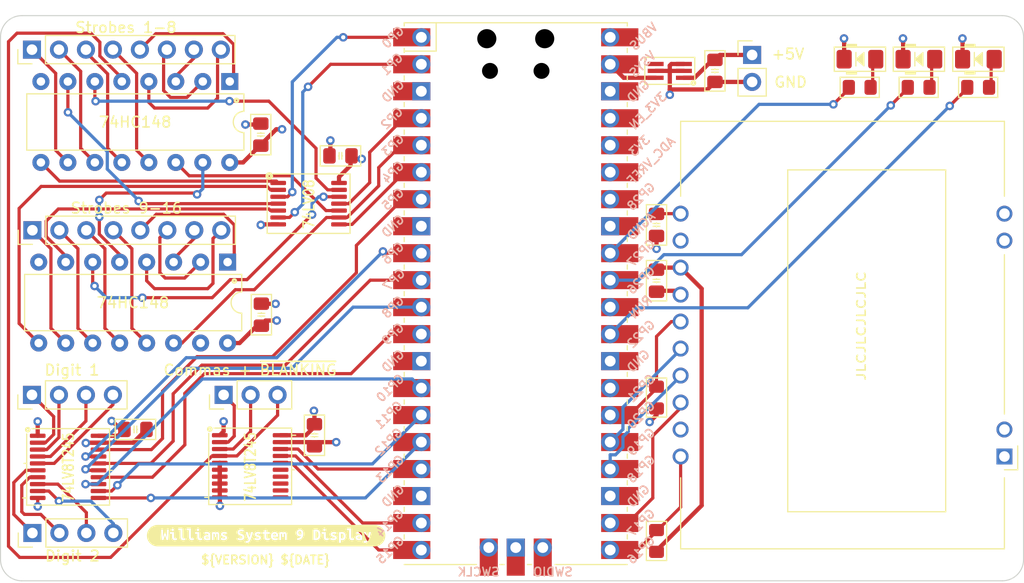
<source format=kicad_pcb>
(kicad_pcb (version 20221018) (generator pcbnew)
  (layers (0 "F.Cu" signal) (1 "In1.Cu" signal) (2 "In2.Cu" signal) (31 "B.Cu" signal) (34 "B.Paste" user) (35 "F.Paste" user) (36 "B.SilkS" user "B.Silkscreen") (37 "F.SilkS" user "F.Silkscreen") (38 "B.Mask" user) (39 "F.Mask" user) (44 "Edge.Cuts" user))
  (net 0 "")
  (net 1 "+5V")
  (net 2 "GND")
  (net 3 "/ST1")
  (net 4 "/ST2")
  (net 5 "/ST3")
  (net 6 "/ST4")
  (net 7 "/ST5")
  (net 8 "/ST6")
  (net 9 "/ST7")
  (net 10 "/ST8")
  (net 11 "/ST9")
  (net 12 "/ST10")
  (net 13 "/ST11")
  (net 14 "/ST12")
  (net 15 "/ST13")
  (net 16 "/ST14")
  (net 17 "/ST15")
  (net 18 "/ST16")
  (net 19 "/B2")
  (net 20 "/B1")
  (net 21 "/B0")
  (net 22 "/A2")
  (net 23 "/A1")
  (net 24 "/A0")
  (net 25 "/A_EO")
  (net 26 "/A_GS")
  (net 27 "/DIGIT_1_A_{5V}")
  (net 28 "/DIGIT_1_A")
  (net 29 "/DIGIT_1_B")
  (net 30 "/DIGIT_1_C")
  (net 31 "/DIGIT_1_D")
  (net 32 "/DIGIT_2_A")
  (net 33 "/DIGIT_2_B")
  (net 34 "/DIGIT_2_C")
  (net 35 "/DIGIT_2_D")
  (net 36 "/COMMA_1_2")
  (net 37 "/COMMA_3_4")
  (net 38 "/ST_N_0")
  (net 39 "/ST_N_1")
  (net 40 "/ST_N_2")
  (net 41 "/ST_N_3")
  (net 42 "/ST_N_VALID")
  (net 52 "/LCD_CS")
  (net 53 "/LCD_MISO")
  (net 54 "/LCD_MOSI")
  (net 55 "/~{BLANKING}")
  (net 56 "/DIGIT_1_B_{5V}")
  (net 57 "/DIGIT_1_C_{5V}")
  (net 58 "/DIGIT_1_D_{5V}")
  (net 59 "/DIGIT_2_A_{5V}")
  (net 60 "/DIGIT_2_B_{5V}")
  (net 61 "/DIGIT_2_C_{5V}")
  (net 62 "/DIGIT_2_D_{5V}")
  (net 63 "/COMMA_1_2_{5V}")
  (net 64 "/COMMA_3_4_{5V}")
  (net 65 "/~{BLANKING}_{5V}")
  (net 66 "/LCD_SCLK")
  (net 67 "+3.3V")
  (net 74 "/LCD_~{RESET}")
  (net 79 "/LCD_V_{OUT}")
  (net 80 "/LED_R")
  (net 81 "/LED_G")
  (net 82 "/LED_G_GPIO")
  (net 83 "/LED_R_GPIO")
  (net 84 "/LED_A")
  (net 85 "/LED_A_GPIO")
  (net 86 "/V_{IN}")
  (footprint "Resistor_SMD_AKL:R_0805_2012Metric_Pad1.15x1.40mm_HandSolder" (layer "F.Cu") (at 267.0275 56.55)
    (fp_text reference "R103" hide)
    (fp_text value "550R")
  )
  (footprint "Display_Character_bdash:EA_DOGS164X-A" (layer "F.Cu") (at 269.5 91.3 180)
    (fp_text reference "DS101" hide)
    (fp_text value "DOGS164-A")
  )
  (footprint "Connector_PinHeader_2.54mm:PinHeader_1x03_P2.54mm_Vertical" (layer "F.Cu") (at 196 85.5 90)
    (fp_text reference "J104" hide)
    (fp_text value "Conn_01x03")
  )
  (footprint "Connector_PinHeader_2.54mm:PinHeader_1x08_P2.54mm_Vertical" (layer "F.Cu") (at 177.96 53 90)
    (fp_text reference "J102" hide)
    (fp_text value "Conn_01x08")
  )
  (footprint "Capacitor_SMD_AKL:C_0805_2012Metric_Pad1.18x1.45mm_HandSolder" (layer "F.Cu") (at 187.7 88.75)
    (fp_text reference "C106" hide)
    (fp_text value "0.1u")
  )
  (footprint "Capacitor_SMD_AKL:C_0805_2012Metric_Pad1.18x1.45mm_HandSolder" (layer "F.Cu") (at 204.55 89.3 -90)
    (fp_text reference "C105" hide)
    (fp_text value "0.1u")
  )
  (footprint "Connector_PinHeader_2.54mm:PinHeader_1x02_P2.54mm_Vertical" (layer "F.Cu") (at 245.75 53.5)
    (fp_text reference "J101" hide)
    (fp_text value "Conn_01x02")
  )
  (footprint "MCU_RaspberryPi_and_Boards_bdash:RPi_Pico_SMD_TH" (layer "F.Cu") (at 223.5 75.97)
    (fp_text reference "U103" hide)
    (fp_text value "Pico")
  )
  (footprint "Diode_SMD_AKL:D_1206_3216Metric_Pad1.42x1.75mm_HandSolder" (layer "F.Cu") (at 261.45 53.9)
    (fp_text reference "D102" hide)
    (fp_text value "AMBER")
  )
  (footprint "Diode_SMD_AKL:D_1206_3216Metric_Pad1.42x1.75mm_HandSolder" (layer "F.Cu") (at 267.05 53.9)
    (fp_text reference "D103" hide)
    (fp_text value "RED")
  )
  (footprint "Capacitor_SMD_AKL:C_0805_2012Metric_Pad1.18x1.45mm_HandSolder" (layer "F.Cu") (at 236.75 69.5 -90)
    (fp_text reference "C107" hide)
    (fp_text value "1u")
  )
  (footprint "Package_DIP_AKL:DIP-16_W7.62mm" (layer "F.Cu") (at 196.375 73 -90)
    (fp_text reference "U104" hide)
    (fp_text value "74HC148" hide)
  )
  (footprint "Resistor_SMD_AKL:R_0805_2012Metric_Pad1.15x1.40mm_HandSolder" (layer "F.Cu") (at 236.75 99.25 90)
    (fp_text reference "R101" hide)
    (fp_text value "100K")
  )
  (footprint "Package_SO_AKL:TSSOP-20_4.4x6.5mm_P0.65mm" (layer "F.Cu") (at 181.3625 92.275)
    (fp_text reference "U106" hide)
    (fp_text value "SN74LV8T245" hide)
  )
  (footprint "Capacitor_SMD_AKL:C_0805_2012Metric_Pad1.18x1.45mm_HandSolder" (layer "F.Cu") (at 199.555 77.95 90)
    (fp_text reference "C103" hide)
    (fp_text value "0.1u")
  )
  (footprint "Connector_PinHeader_2.54mm:PinHeader_1x04_P2.54mm_Vertical" (layer "F.Cu") (at 178 98.5 90)
    (fp_text reference "J106" hide)
    (fp_text value "Conn_01x04")
  )
  (footprint "Capacitor_SMD_AKL:C_0805_2012Metric_Pad1.18x1.45mm_HandSolder" (layer "F.Cu") (at 242.25 55 -90)
    (fp_text reference "C102" hide)
    (fp_text value "10u")
  )
  (footprint "Package_SO_AKL:TSSOP-14_4.4x5mm_P0.65mm" (layer "F.Cu") (at 204 67.5)
    (fp_text reference "U102" hide)
    (fp_text value "74LV08A" hide)
  )
  (footprint "Package_DIP_AKL:DIP-16_W7.62mm" (layer "F.Cu") (at 196.58 56 -90)
    (fp_text reference "U101" hide)
    (fp_text value "74HC148" hide)
  )
  (footprint "Connector_PinHeader_2.54mm:PinHeader_1x08_P2.54mm_Vertical" (layer "F.Cu") (at 178 70 90)
    (fp_text reference "J103" hide)
    (fp_text value "Conn_01x08")
  )
  (footprint "Package_SO_AKL:TSSOP-20_4.4x6.5mm_P0.65mm" (layer "F.Cu") (at 198.5 92.2226)
    (fp_text reference "U105" hide)
    (fp_text value "SN74LV8T245" hide)
  )
  (footprint "Package_TO_SOT_SMD_AKL:SOT-363_SC-70-6_Handsoldering" (layer "F.Cu") (at 238 55 180)
    (fp_text reference "U107" hide)
    (fp_text value "LM66100")
  )
  (footprint "Connector_PinHeader_2.54mm:PinHeader_1x04_P2.54mm_Vertical" (layer "F.Cu") (at 177.96 85.5 90)
    (fp_text reference "J105" hide)
    (fp_text value "Conn_01x04")
  )
  (footprint "Diode_SMD_AKL:D_1206_3216Metric_Pad1.42x1.75mm_HandSolder" (layer "F.Cu") (at 255.9 53.9)
    (fp_text reference "D101" hide)
    (fp_text value "GREEN")
  )
  (footprint "Capacitor_SMD_AKL:C_0805_2012Metric_Pad1.18x1.45mm_HandSolder" (layer "F.Cu") (at 236.75 74.75 -90)
    (fp_text reference "C108" hide)
    (fp_text value "1u")
  )
  (footprint "Capacitor_SMD_AKL:C_0805_2012Metric_Pad1.18x1.45mm_HandSolder" (layer "F.Cu") (at 199.5 61 90)
    (fp_text reference "C101" hide)
    (fp_text value "0.1u")
  )
  (footprint "kibuzzard-64FB800B" (layer "F.Cu") (at 200 98.75)
    (fp_text reference "kibuzzard-64FB800B" hide)
    (fp_text value "G***" hide)
  )
  (footprint "Resistor_SMD_AKL:R_0805_2012Metric_Pad1.15x1.40mm_HandSolder" (layer "F.Cu") (at 261.4275 56.55)
    (fp_text reference "R104" hide)
    (fp_text value "550R")
  )
  (footprint "Resistor_SMD_AKL:R_0805_2012Metric_Pad1.15x1.40mm_HandSolder" (layer "F.Cu") (at 255.8775 56.55)
    (fp_text reference "R105" hide)
    (fp_text value "550R")
  )
  (footprint "Capacitor_SMD_AKL:C_0805_2012Metric_Pad1.18x1.45mm_HandSolder" (layer "F.Cu") (at 207 63 180)
    (fp_text reference "C104" hide)
    (fp_text value "0.1u")
  )
  (footprint "Resistor_SMD_AKL:R_0805_2012Metric_Pad1.15x1.40mm_HandSolder" (layer "F.Cu") (at 236.75 85.75 -90)
    (fp_text reference "R102" hide)
    (fp_text value "100K")
  )
  (gr_line (start 177 49.8) (end 269.3 49.8) (stroke (width 0.1)) (layer "Edge.Cuts"))
  (gr_line (start 271.3 51.8) (end 271.3 101) (stroke (width 0.1)) (layer "Edge.Cuts"))
  (gr_arc (start 271.3 101) (mid 270.714214 102.414214) (end 269.3 103) (stroke (width 0.1)) (layer "Edge.Cuts"))
  (gr_arc (start 269.3 49.8) (mid 270.714214 50.385786) (end 271.3 51.8) (stroke (width 0.1)) (layer "Edge.Cuts"))
  (gr_line (start 269.3 103) (end 177 103) (stroke (width 0.1)) (layer "Edge.Cuts"))
  (gr_arc (start 175 51.8) (mid 175.585786 50.385786) (end 177 49.8) (stroke (width 0.1)) (layer "Edge.Cuts"))
  (gr_arc (start 177 103) (mid 175.585786 102.414214) (end 175 101) (stroke (width 0.1)) (layer "Edge.Cuts"))
  (gr_line (start 175 101) (end 175 51.8) (stroke (width 0.1)) (layer "Edge.Cuts"))
  (gr_text "GND" (at 247.75 56.647975) (layer "F.SilkS") (effects (font (size 1 1) (thickness 0.155)) (justify left bottom)))
  (gr_text "74HC148" (at 183.962738 77.407975) (layer "F.SilkS") (effects (font (size 1 1) (thickness 0.155)) (justify left bottom)))
  (gr_text "74LV08" (at 204.607975 69.974881 90) (layer "F.SilkS") (effects (font (size 1 0.85) (thickness 0.155)) (justify left bottom)))
  (gr_text "74LV8T245" (at 199.107975 95.630494 90) (layer "F.SilkS") (effects (font (size 1 0.8) (thickness 0.155)) (justify left bottom)))
  (gr_text "Strobes 1-8" (at 181.940595 51.5) (layer "F.SilkS") (effects (font (size 1 1) (thickness 0.155)) (justify left bottom)))
  (gr_text "Digit 2" (at 179.096072 101.25) (layer "F.SilkS") (effects (font (size 1 1) (thickness 0.155)) (justify left bottom)))
  (gr_text "+5V" (at 247.5 54) (layer "F.SilkS") (effects (font (size 1 1) (thickness 0.155)) (justify left bottom)))
  (gr_text "JLCJLCJLCJLC" (at 256.5 84.25 90) (layer "F.SilkS") (effects (font (size 0.8 1)) (justify left bottom)))
  (gr_text "Digit 1" (at 179.056072 83.75) (layer "F.SilkS") (effects (font (size 1 1) (thickness 0.155)) (justify left bottom)))
  (gr_text "74HC148" (at 184.167738 60.407975) (layer "F.SilkS") (effects (font (size 1 1) (thickness 0.155)) (justify left bottom)))
  (gr_text "Commas + ~{BLANKING}" (at 190.249643 83.75) (layer "F.SilkS") (effects (font (size 1 1) (thickness 0.155)) (justify left bottom)))
  (gr_text "Strobes 9-16" (at 181.504404 68.5) (layer "F.SilkS") (effects (font (size 1 1) (thickness 0.155)) (justify left bottom)))
  (gr_text "${VERSION} ${DATE}" (at 193.790358 101.5) (layer "F.SilkS") (effects (font (size 0.8 0.8) (thickness 0.155)) (justify left bottom)))
  (gr_text "74LV8T245" (at 181.970475 95.682894 90) (layer "F.SilkS") (effects (font (size 1 0.8) (thickness 0.155)) (justify left bottom)))
  (segment (start 199.955 78.5) (end 199.555 78.9) (width 0.4) (layer "F.Cu") (net 1))
  (segment (start 201 78.5) (end 199.955 78.5) (width 0.4) (layer "F.Cu") (net 1))
  (segment (start 236.67 55.65) (end 233.66 55.65) (width 0.4) (layer "F.Cu") (net 1))
  (segment (start 196.58 63.62) (end 197.83 63.62) (width 0.4) (layer "F.Cu") (net 1))
  (segment (start 197.83 63.62) (end 199.5 61.95) (width 0.4) (layer "F.Cu") (net 1))
  (segment (start 233.66 55.65) (end 232.39 54.38) (width 0.4) (layer "F.Cu") (net 1))
  (segment (start 199.555 78.9) (end 199.2219 78.9) (width 0.4) (layer "F.Cu") (net 1))
  (segment (start 200.95 60.5) (end 199.5 61.95) (width 0.4) (layer "F.Cu") (net 1))
  (segment (start 199.2219 78.9) (end 197.5019 80.62) (width 0.4) (layer "F.Cu") (net 1))
  (segment (start 201.5 60.5) (end 200.95 60.5) (width 0.4) (layer "F.Cu") (net 1))
  (segment (start 196.375 80.62) (end 197.5019 80.62) (width 0.4) (layer "F.Cu") (net 1))
  (via (at 201.5 60.5) (size 0.8) (drill 0.4) (layers "F.Cu" "B.Cu") (net 1))
  (via (at 201 78.5) (size 0.8) (drill 0.4) (layers "F.Cu" "B.Cu") (net 1))
  (segment (start 195.6375 92.1002) (end 195.6375 91.8976) (width 0.4) (layer "F.Cu") (net 2))
  (segment (start 195.638 91.8976) (end 195.638 92.1007) (width 0.4) (layer "F.Cu") (net 2))
  (segment (start 236.75 87.4) (end 236.75 86.6625) (width 0.4) (layer "F.Cu") (net 2))
  (segment (start 206.05 63) (end 206.05 61.55) (width 0.4) (layer "F.Cu") (net 2))
  (segment (start 199.55 69.45) (end 199.5 69.5) (width 0.4) (layer "F.Cu") (net 2))
  (segment (start 254.4125 52.4125) (end 254.4125 53.9) (width 0.4) (layer "F.Cu") (net 2))
  (segment (start 195.638 93.5226) (end 195.638 95.1476) (width 0.4) (layer "F.Cu") (net 2))
  (segment (start 184.225 90) (end 183.06 90) (width 0.4) (layer "F.Cu") (net 2))
  (segment (start 242.25 56.0375) (end 241.5375 56.75) (width 0.4) (layer "F.Cu") (net 2))
  (segment (start 195.638 92.1007) (end 195.6375 92.1002) (width 0.4) (layer "F.Cu") (net 2))
  (segment (start 259.95 51.95) (end 259.9625 52.4125) (width 0.4) (layer "F.Cu") (net 2))
  (segment (start 195.638 92.3038) (end 195.638 92.7101) (width 0.4) (layer "F.Cu") (net 2))
  (segment (start 195.6375 92.3043) (end 195.6375 92.5476) (width 0.4) (layer "F.Cu") (net 2))
  (segment (start 238 55) (end 239.33 55) (width 0.4) (layer "F.Cu") (net 2))
  (segment (start 238 55) (end 238 54.5) (width 0.4) (layer "F.Cu") (net 2))
  (segment (start 206.6 89.95) (end 204.9375 89.95) (width 0.4) (layer "F.Cu") (net 2))
  (segment (start 204.1601 89.9476) (end 204.55 90.3375) (width 0.4) (layer "F.Cu") (net 2))
  (segment (start 188.7375 88.75) (end 187.4875 90) (width 0.4) (layer "F.Cu") (net 2))
  (segment (start 238 56.75) (end 238 55) (width 0.4) (layer "F.Cu") (net 2))
  (segment (start 195.638 93.5226) (end 195.6375 93.5231) (width 0.4) (layer "F.Cu") (net 2))
  (segment (start 238 54.5) (end 238.15 54.35) (width 0.4) (layer "F.Cu") (net 2))
  (segment (start 195.65 95.9495) (end 195.65 95.1601) (width 0.4) (layer "F.Cu") (net 2))
  (segment (start 236.75 71.75) (end 236.75 70.45) (width 0.4) (layer "F.Cu") (net 2))
  (segment (start 201.1375 69.45) (end 199.55 69.45) (width 0.4) (layer "F.Cu") (net 2))
  (segment (start 254.4 51.95) (end 254.4125 52.4125) (width 0.4) (layer "F.Cu") (net 2))
  (segment (start 236.1 88.05) (end 236.75 87.4) (width 0.4) (layer "F.Cu") (net 2))
  (segment (start 241.5375 56.75) (end 238 56.75) (width 0.4) (layer "F.Cu") (net 2))
  (segment (start 200.8905 76.9269) (end 199.6281 76.9269) (width 0.4) (layer "F.Cu") (net 2))
  (segment (start 187.4875 90) (end 184.225 90) (width 0.4) (layer "F.Cu") (net 2))
  (segment (start 204.9375 89.95) (end 204.55 90.3375) (width 0.4) (layer "F.Cu") (net 2))
  (segment (start 236.75 75.7) (end 238.66 75.7) (width 0.4) (layer "F.Cu") (net 2))
  (segment (start 265.5625 52.4125) (end 265.5625 53.9) (width 0.4) (layer "F.Cu") (net 2))
  (segment (start 201.3625 89.9476) (end 204.1601 89.9476) (width 0.4) (layer "F.Cu") (net 2))
  (segment (start 195.638 92.7101) (end 195.6375 92.7106) (width 0.4) (layer "F.Cu") (net 2))
  (segment (start 265.55 51.95) (end 265.5625 52.4125) (width 0.4) (layer "F.Cu") (net 2))
  (segment (start 198.05 60.05) (end 199.5 60.05) (width 0.4) (layer "F.Cu") (net 2))
  (segment (start 183.06 90) (end 183.03 90.03) (width 0.4) (layer "F.Cu") (net 2))
  (segment (start 238 55) (end 236.67 55) (width 0.4) (layer "F.Cu") (net 2))
  (segment (start 238.66 75.7) (end 239.02 76.06) (width 0.4) (layer "F.Cu") (net 2))
  (segment (start 178.5 95.2) (end 178.5 96) (width 0.3) (layer "F.Cu") (net 2))
  (segment (start 195.65 95.1601) (end 195.6375 95.1476) (width 0.4) (layer "F.Cu") (net 2))
  (segment (start 238 56.75) (end 238 57.25) (width 0.4) (layer "F.Cu") (net 2))
  (segment (start 242.2525 56.04) (end 242.25 56.0375) (width 0.4) (layer "F.Cu") (net 2))
  (segment (start 245.16 56.04) (end 242.2525 56.04) (width 0.4) (layer "F.Cu") (net 2))
  (segment (start 195.6375 92.7106) (end 195.6375 93.1976) (width 0.4) (layer "F.Cu") (net 2))
  (segment (start 195.638 92.3038) (end 195.6375 92.3043) (width 0.4) (layer "F.Cu") (net 2))
  (segment (start 238.15 54.35) (end 239.33 54.35) (width 0.4) (layer "F.Cu") (net 2))
  (segment (start 259.9625 52.4125) (end 259.9625 53.9) (width 0.4) (layer "F.Cu") (net 2))
  (segment (start 195.638 92.7101) (end 195.638 93.5226) (width 0.4) (layer "F.Cu") (net 2))
  (segment (start 195.6375 93.8476) (end 195.6375 94.4976) (width 0.4) (layer "F.Cu") (net 2))
  (segment (start 195.638 95.1476) (end 195.6375 95.1476) (width 0.4) (layer "F.Cu") (net 2))
  (segment (start 195.6375 93.5231) (end 195.6375 93.8476) (width 0.4) (layer "F.Cu") (net 2))
  (segment (start 195.638 92.1007) (end 195.638 92.3038) (width 0.4) (layer "F.Cu") (net 2))
  (via (at 254.4 51.95) (size 0.8) (drill 0.4) (layers "F.Cu" "B.Cu") (net 2))
  (via (at 199.5 69.5) (size 0.8) (drill 0.4) (layers "F.Cu" "B.Cu") (net 2))
  (via (at 178.5 96) (size 0.8) (drill 0.4) (layers "F.Cu" "B.Cu") (net 2))
  (via (at 236.1 88.05) (size 0.8) (drill 0.4) (layers "F.Cu" "B.Cu") (net 2))
  (via (at 206.05 61.55) (size 0.8) (drill 0.4) (layers "F.Cu" "B.Cu") (net 2))
  (via (at 238 57.25) (size 0.8) (drill 0.4) (layers "F.Cu" "B.Cu") (net 2))
  (via (at 265.55 51.95) (size 0.8) (drill 0.4) (layers "F.Cu" "B.Cu") (net 2))
  (via (at 259.95 51.95) (size 0.8) (drill 0.4) (layers "F.Cu" "B.Cu") (net 2))
  (via (at 236.75 71.75) (size 0.8) (drill 0.4) (layers "F.Cu" "B.Cu") (net 2))
  (via (at 206.6 89.95) (size 0.8) (drill 0.4) (layers "F.Cu" "B.Cu") (net 2))
  (via (at 200.8905 76.9269) (size 0.8) (drill 0.4) (layers "F.Cu" "B.Cu") (net 2))
  (via (at 198.05 60.05) (size 0.8) (drill 0.4) (layers "F.Cu" "B.Cu") (net 2))
  (via (at 195.65 95.9495) (size 0.8) (drill 0.4) (layers "F.Cu" "B.Cu") (net 2))
  (via (at 183.03 90.03) (size 0.8) (drill 0.4) (layers "F.Cu" "B.Cu") (net 2))
  (segment (start 180.19 62.47) (end 181.34 63.62) (width 0.3) (layer "F.Cu") (net 3))
  (segment (start 180.19 55.23) (end 180.19 62.47) (width 0.3) (layer "F.Cu") (net 3))
  (segment (start 177.96 53) (end 180.19 55.23) (width 0.3) (layer "F.Cu") (net 3))
  (segment (start 180.5 53) (end 182.543 55.0429) (width 0.3) (layer "F.Cu") (net 4))
  (segment (start 182.543 62.2829) (end 183.88 63.62) (width 0.3) (layer "F.Cu") (net 4))
  (segment (start 182.543 55.0429) (end 182.543 62.2829) (width 0.3) (layer "F.Cu") (net 4))
  (segment (start 183.04 53) (end 183.04 53.24) (width 0.3) (layer "F.Cu") (net 5))
  (segment (start 185.083 55.283) (end 185.083 62.2829) (width 0.3) (layer "F.Cu") (net 5))
  (segment (start 185.083 62.2829) (end 186.42 63.62) (width 0.3) (layer "F.Cu") (net 5))
  (segment (start 183.04 53.24) (end 185.083 55.283) (width 0.3) (layer "F.Cu") (net 5))
  (segment (start 187.81 62.47) (end 188.96 63.62) (width 0.3) (layer "F.Cu") (net 6))
  (segment (start 187.81 55.23) (end 187.81 62.47) (width 0.3) (layer "F.Cu") (net 6))
  (segment (start 185.58 53) (end 187.81 55.23) (width 0.3) (layer "F.Cu") (net 6))
  (segment (start 196.94 52.5029) (end 195.937 51.5) (width 0.3) (layer "F.Cu") (net 7))
  (segment (start 189.62 51.5) (end 188.12 53) (width 0.3) (layer "F.Cu") (net 7))
  (segment (start 196.94 55.64) (end 196.94 52.5029) (width 0.3) (layer "F.Cu") (net 7))
  (segment (start 196.58 56) (end 196.94 55.64) (width 0.3) (layer "F.Cu") (net 7))
  (segment (start 195.937 51.5) (end 189.62 51.5) (width 0.3) (layer "F.Cu") (net 7))
  (segment (start 190.35 53.31) (end 190.35 56.85) (width 0.3) (layer "F.Cu") (net 8))
  (segment (start 191 57.5) (end 192.54 57.5) (width 0.3) (layer "F.Cu") (net 8))
  (segment (start 190.66 53) (end 190.35 53.31) (width 0.3) (layer "F.Cu") (net 8))
  (segment (start 192.54 57.5) (end 194.04 56) (width 0.3) (layer "F.Cu") (net 8))
  (segment (start 190.35 56.85) (end 191 57.5) (width 0.3) (layer "F.Cu") (net 8))
  (segment (start 193.2 53.8) (end 191.5 55.5) (width 0.3) (layer "F.Cu") (net 9))
  (segment (start 191.5 55.5) (end 191.5 56) (width 0.3) (layer "F.Cu") (net 9))
  (segment (start 193.2 53) (end 193.2 53.8) (width 0.3) (layer "F.Cu") (net 9))
  (segment (start 189.5 58.5) (end 188.96 57.96) (width 0.3) (layer "F.Cu") (net 10))
  (segment (start 194.5 58.5) (end 189.5 58.5) (width 0.3) (layer "F.Cu") (net 10))
  (segment (start 195.43 57.57) (end 194.5 58.5) (width 0.3) (layer "F.Cu") (net 10))
  (segment (start 188.96 57.96) (end 188.96 56) (width 0.3) (layer "F.Cu") (net 10))
  (segment (start 195.74 53) (end 195.43 53.31) (width 0.3) (layer "F.Cu") (net 10))
  (segment (start 195.43 53.31) (end 195.43 57.57) (width 0.3) (layer "F.Cu") (net 10))
  (segment (start 179.745 71.745) (end 179.745 79.23) (width 0.3) (layer "F.Cu") (net 11))
  (segment (start 179.745 79.23) (end 181.135 80.62) (width 0.3) (layer "F.Cu") (net 11))
  (segment (start 178 70) (end 179.745 71.745) (width 0.3) (layer "F.Cu") (net 11))
  (segment (start 182.285 71.745) (end 182.285 79.23) (width 0.3) (layer "F.Cu") (net 12))
  (segment (start 180.54 70) (end 182.285 71.745) (width 0.3) (layer "F.Cu") (net 12))
  (segment (start 182.285 79.23) (end 183.675 80.62) (width 0.3) (layer "F.Cu") (net 12))
  (segment (start 183.08 70) (end 184.825 71.745) (width 0.3) (layer "F.Cu") (net 13))
  (segment (start 184.825 71.745) (end 184.825 79.23) (width 0.3) (layer "F.Cu") (net 13))
  (segment (start 184.825 79.23) (end 186.215 80.62) (width 0.3) (layer "F.Cu") (net 13))
  (segment (start 187.365 71.745) (end 187.365 79.23) (width 0.3) (layer "F.Cu") (net 14))
  (segment (start 187.365 79.23) (end 188.755 80.62) (width 0.3) (layer "F.Cu") (net 14))
  (segment (start 185.62 70) (end 187.365 71.745) (width 0.3) (layer "F.Cu") (net 14))
  (segment (start 188.16 70) (end 189.66 68.5) (width 0.3) (layer "F.Cu") (net 15))
  (segment (start 197 72.375) (end 196.375 73) (width 0.3) (layer "F.Cu") (net 15))
  (segment (start 189.66 68.5) (end 196 68.5) (width 0.3) (layer "F.Cu") (net 15))
  (segment (start 197 69.5) (end 197 72.375) (width 0.3) (layer "F.Cu") (net 15))
  (segment (start 196 68.5) (end 197 69.5) (width 0.3) (layer "F.Cu") (net 15))
  (segment (start 190.7 70) (end 190 70.7) (width 0.3) (layer "F.Cu") (net 16))
  (segment (start 190 74) (end 190.5 74.5) (width 0.3) (layer "F.Cu") (net 16))
  (segment (start 190 70.7) (end 190 74) (width 0.3) (layer "F.Cu") (net 16))
  (segment (start 190.5 74.5) (end 192.335 74.5) (width 0.3) (layer "F.Cu") (net 16))
  (segment (start 192.335 74.5) (end 193.835 73) (width 0.3) (layer "F.Cu") (net 16))
  (segment (start 193.24 70) (end 193.24 70.76) (width 0.3) (layer "F.Cu") (net 17))
  (segment (start 193.24 70.76) (end 191.295 72.705) (width 0.3) (layer "F.Cu") (net 17))
  (segment (start 191.295 72.705) (end 191.295 73) (width 0.3) (layer "F.Cu") (net 17))
  (segment (start 188.755 74.755) (end 188.755 73) (width 0.3) (layer "F.Cu") (net 18))
  (segment (start 194.5 75.5) (end 189.5 75.5) (width 0.3) (layer "F.Cu") (net 18))
  (segment (start 195.78 70) (end 195 70.78) (width 0.3) (layer "F.Cu") (net 18))
  (segment (start 195 75) (end 194.5 75.5) (width 0.3) (layer "F.Cu") (net 18))
  (segment (start 189.5 75.5) (end 188.755 74.755) (width 0.3) (layer "F.Cu") (net 18))
  (segment (start 195 70.78) (end 195 75) (width 0.3) (layer "F.Cu") (net 18))
  (segment (start 194.928604 76.35) (end 188.35 76.35) (width 0.3) (layer "F.Cu") (net 19))
  (segment (start 204.325 68.525) (end 198.2 74.65) (width 0.3) (layer "F.Cu") (net 19))
  (segment (start 205.4 66.85) (end 206.8625 66.85) (width 0.3) (layer "F.Cu") (net 19))
  (segment (start 196.628604 74.65) (end 194.928604 76.35) (width 0.3) (layer "F.Cu") (net 19))
  (segment (start 183.675 73) (end 183.675 75.075) (width 0.3) (layer "F.Cu") (net 19))
  (segment (start 183.675 75.075) (end 183.85 75.25) (width 0.3) (layer "F.Cu") (net 19))
  (segment (start 198.2 74.65) (end 196.628604 74.65) (width 0.3) (layer "F.Cu") (net 19))
  (via (at 204.325 68.525) (size 0.8) (drill 0.4) (layers "F.Cu" "B.Cu") (net 19))
  (via (at 183.85 75.25) (size 0.8) (drill 0.4) (layers "F.Cu" "B.Cu") (net 19))
  (via (at 205.4 66.85) (size 0.8) (drill 0.4) (layers "F.Cu" "B.Cu") (net 19))
  (via (at 188.35 76.35) (size 0.8) (drill 0.4) (layers "F.Cu" "B.Cu") (net 19))
  (segment (start 204.325 68.525) (end 204.325 67.475) (width 0.3) (layer "B.Cu") (net 19))
  (segment (start 204.325 67.475) (end 204.95 66.85) (width 0.3) (layer "B.Cu") (net 19))
  (segment (start 183.85 75.25) (end 184.95 76.35) (width 0.3) (layer "B.Cu") (net 19))
  (segment (start 184.95 76.35) (end 188.35 76.35) (width 0.3) (layer "B.Cu") (net 19))
  (segment (start 204.95 66.85) (end 205.4 66.85) (width 0.3) (layer "B.Cu") (net 19))
  (segment (start 201.1375 68.15) (end 200.413604 68.15) (width 0.3) (layer "F.Cu") (net 20))
  (segment (start 180.439149 68) (end 179.3 69.139149) (width 0.3) (layer "F.Cu") (net 20))
  (segment (start 179.3 69.139149) (end 179.3 70.592894) (width 0.3) (layer "F.Cu") (net 20))
  (segment (start 181.135 72.427894) (end 181.135 73) (width 0.3) (layer "F.Cu") (net 20))
  (segment (start 200.263604 68) (end 180.439149 68) (width 0.3) (layer "F.Cu") (net 20))
  (segment (start 200.413604 68.15) (end 200.263604 68) (width 0.3) (layer "F.Cu") (net 20))
  (segment (start 179.3 70.592894) (end 181.135 72.427894) (width 0.3) (layer "F.Cu") (net 20))
  (segment (start 200.413604 66.2) (end 201.1375 66.2) (width 0.3) (layer "F.Cu") (net 21))
  (segment (start 176.75 78.775) (end 176.75 67.95) (width 0.3) (layer "F.Cu") (net 21))
  (segment (start 176.75 67.95) (end 178.825 65.875) (width 0.3) (layer "F.Cu") (net 21))
  (segment (start 200.088604 65.875) (end 200.413604 66.2) (width 0.3) (layer "F.Cu") (net 21))
  (segment (start 178.825 65.875) (end 200.088604 65.875) (width 0.3) (layer "F.Cu") (net 21))
  (segment (start 178.595 80.62) (end 176.75 78.775) (width 0.3) (layer "F.Cu") (net 21))
  (segment (start 196.55 57.85) (end 200.258205 57.85) (width 0.3) (layer "F.Cu") (net 22))
  (segment (start 204.7 65.1) (end 205.8 66.2) (width 0.3) (layer "F.Cu") (net 22))
  (segment (start 183.88 57.78) (end 183.95 57.85) (width 0.3) (layer "F.Cu") (net 22))
  (segment (start 204.7 62.291795) (end 204.7 65.1) (width 0.3) (layer "F.Cu") (net 22))
  (segment (start 205.8 66.2) (end 206.8625 66.2) (width 0.3) (layer "F.Cu") (net 22))
  (segment (start 183.88 56) (end 183.88 57.78) (width 0.3) (layer "F.Cu") (net 22))
  (segment (start 200.258205 57.85) (end 204.7 62.291795) (width 0.3) (layer "F.Cu") (net 22))
  (via (at 183.95 57.85) (size 0.8) (drill 0.4) (layers "F.Cu" "B.Cu") (net 22))
  (via (at 196.55 57.85) (size 0.8) (drill 0.4) (layers "F.Cu" "B.Cu") (net 22))
  (segment (start 183.95 57.85) (end 196.55 57.85) (width 0.3) (layer "B.Cu") (net 22))
  (segment (start 188.2495 67.5) (end 201.1375 67.5) (width 0.3) (layer "F.Cu") (net 23))
  (segment (start 181.34 56) (end 181.34 58.89) (width 0.3) (layer "F.Cu") (net 23))
  (segment (start 188 67.2505) (end 188.2495 67.5) (width 0.3) (layer "F.Cu") (net 23))
  (segment (start 181.34 58.89) (end 181.35 58.9) (width 0.3) (layer "F.Cu") (net 23))
  (via (at 188 67.2505) (size 0.8) (drill 0.4) (layers "F.Cu" "B.Cu") (net 23))
  (via (at 181.35 58.9) (size 0.8) (drill 0.4) (layers "F.Cu" "B.Cu") (net 23))
  (segment (start 188 67.2505) (end 188 67.2) (width 0.3) (layer "B.Cu") (net 23))
  (segment (start 185.05 62.6) (end 181.35 58.9) (width 0.3) (layer "B.Cu") (net 23))
  (segment (start 185.05 64.25) (end 185.05 62.6) (width 0.3) (layer "B.Cu") (net 23))
  (segment (start 188 67.2) (end 185.05 64.25) (width 0.3) (layer "B.Cu") (net 23))
  (segment (start 180.555 65.375) (end 200.9625 65.375) (width 0.3) (layer "F.Cu") (net 24))
  (segment (start 178.8 63.62) (end 180.555 65.375) (width 0.3) (layer "F.Cu") (net 24))
  (segment (start 200.9625 65.375) (end 201.1375 65.55) (width 0.3) (layer "F.Cu") (net 24))
  (segment (start 184.3 70.377057) (end 186.215 72.292057) (width 0.3) (layer "F.Cu") (net 25))
  (segment (start 184.95 66.5) (end 184.3 67.15) (width 0.3) (layer "F.Cu") (net 25))
  (segment (start 193.5 66.6245) (end 193.3755 66.5) (width 0.3) (layer "F.Cu") (net 25))
  (segment (start 193.3755 66.5) (end 184.95 66.5) (width 0.3) (layer "F.Cu") (net 25))
  (segment (start 184.3 68.7495) (end 184.3 70.377057) (width 0.3) (layer "F.Cu") (net 25))
  (segment (start 186.215 72.292057) (end 186.215 73) (width 0.3) (layer "F.Cu") (net 25))
  (via (at 193.5 66.6245) (size 0.8) (drill 0.4) (layers "F.Cu" "B.Cu") (net 25))
  (via (at 184.3 68.7495) (size 0.8) (drill 0.4) (layers "F.Cu" "B.Cu") (net 25))
  (via (at 184.3 67.15) (size 0.8) (drill 0.4) (layers "F.Cu" "B.Cu") (net 25))
  (segment (start 193.5 66.6245) (end 194.04 66.0845) (width 0.3) (layer "B.Cu") (net 25))
  (segment (start 184.3 68.7495) (end 184.3 67.15) (width 0.3) (layer "B.Cu") (net 25))
  (segment (start 194.04 66.0845) (end 194.04 63.62) (width 0.3) (layer "B.Cu") (net 25))
  (segment (start 192.755 64.875) (end 202.364339 64.875) (width 0.3) (layer "F.Cu") (net 26))
  (segment (start 205.639339 68.15) (end 206.8625 68.15) (width 0.3) (layer "F.Cu") (net 26))
  (segment (start 202.364339 64.875) (end 205.639339 68.15) (width 0.3) (layer "F.Cu") (net 26))
  (segment (start 191.5 63.62) (end 192.755 64.875) (width 0.3) (layer "F.Cu") (net 26))
  (segment (start 180 87.54) (end 180 89.2239) (width 0.3) (layer "F.Cu") (net 27))
  (segment (start 177.96 85.5) (end 180 87.54) (width 0.3) (layer "F.Cu") (net 27))
  (segment (start 180 89.2239) (end 179.224 90) (width 0.3) (layer "F.Cu") (net 27))
  (segment (start 179.224 90) (end 178.5 90) (width 0.3) (layer "F.Cu") (net 27))
  (segment (start 208.5 71.43) (end 208.5 74) (width 0.3) (layer "F.Cu") (net 28))
  (segment (start 190.25 85.15) (end 190.25 89.6) (width 0.3) (layer "F.Cu") (net 28))
  (segment (start 212.85 67.08) (end 208.5 71.43) (width 0.3) (layer "F.Cu") (net 28))
  (segment (start 208.5 74) (end 200.6 81.9) (width 0.3) (layer "F.Cu") (net 28))
  (segment (start 189.2 90.65) (end 184.225 90.65) (width 0.3) (layer "F.Cu") (net 28))
  (segment (start 214.61 67.08) (end 212.85 67.08) (width 0.3) (layer "F.Cu") (net 28))
  (segment (start 190.25 89.6) (end 189.2 90.65) (width 0.3) (layer "F.Cu") (net 28))
  (segment (start 200.6 81.9) (end 193.5 81.9) (width 0.3) (layer "F.Cu") (net 28))
  (segment (start 193.5 81.9) (end 190.25 85.15) (width 0.3) (layer "F.Cu") (net 28))
  (segment (start 183 91.3) (end 184.225 91.3) (width 0.3) (layer "F.Cu") (net 29))
  (segment (start 211.16 72.16) (end 211 72) (width 0.3) (layer "F.Cu") (net 29))
  (segment (start 214.61 72.16) (end 211.16 72.16) (width 0.3) (layer "F.Cu") (net 29))
  (via (at 211 72) (size 0.8) (drill 0.4) (layers "F.Cu" "B.Cu") (net 29))
  (via (at 183 91.3) (size 0.8) (drill 0.4) (layers "F.Cu" "B.Cu") (net 29))
  (segment (start 183.179 91.3) (end 192.479 82) (width 0.3) (layer "B.Cu") (net 29))
  (segment (start 183 91.3) (end 183.179 91.3) (width 0.3) (layer "B.Cu") (net 29))
  (segment (start 192.479 82) (end 201 82) (width 0.3) (layer "B.Cu") (net 29))
  (segment (start 201 82) (end 211 72) (width 0.3) (layer "B.Cu") (net 29))
  (segment (start 191.25 85.4) (end 191.25 89.85) (width 0.3) (layer "F.Cu") (net 30))
  (segment (start 193.95 82.7) (end 191.25 85.4) (width 0.3) (layer "F.Cu") (net 30))
  (segment (start 189.15 91.95) (end 184.225 91.95) (width 0.3) (layer "F.Cu") (net 30))
  (segment (start 214.61 74.7) (end 209.8 74.7) (width 0.3) (layer "F.Cu") (net 30))
  (segment (start 201.8 82.7) (end 193.95 82.7) (width 0.3) (layer "F.Cu") (net 30))
  (segment (start 209.8 74.7) (end 201.8 82.7) (width 0.3) (layer "F.Cu") (net 30))
  (segment (start 191.25 89.85) (end 189.15 91.95) (width 0.3) (layer "F.Cu") (net 30))
  (segment (start 183.1 92.6) (end 183 92.5) (width 0.3) (layer "F.Cu") (net 31))
  (segment (start 184.225 92.6) (end 183.1 92.6) (width 0.3) (layer "F.Cu") (net 31))
  (via (at 183 92.5) (size 0.8) (drill 0.4) (layers "F.Cu" "B.Cu") (net 31))
  (segment (start 192.5 83) (end 202.427 83) (width 0.3) (layer "B.Cu") (net 31))
  (segment (start 208.187 77.24) (end 214.61 77.24) (width 0.3) (layer "B.Cu") (net 31))
  (segment (start 202.427 83) (end 208.187 77.24) (width 0.3) (layer "B.Cu") (net 31))
  (segment (start 183 92.5) (end 192.5 83) (width 0.3) (layer "B.Cu") (net 31))
  (segment (start 211.72 79.78) (end 214.61 79.78) (width 0.3) (layer "F.Cu") (net 32))
  (segment (start 208 83.5) (end 211.72 79.78) (width 0.3) (layer "F.Cu") (net 32))
  (segment (start 189.3 93.25) (end 192.35 90.2) (width 0.3) (layer "F.Cu") (net 32))
  (segment (start 184.225 93.25) (end 189.3 93.25) (width 0.3) (layer "F.Cu") (net 32))
  (segment (start 192.35 85.35) (end 194.2 83.5) (width 0.3) (layer "F.Cu") (net 32))
  (segment (start 192.35 90.2) (end 192.35 85.35) (width 0.3) (layer "F.Cu") (net 32))
  (segment (start 194.2 83.5) (end 208 83.5) (width 0.3) (layer "F.Cu") (net 32))
  (segment (start 183 93.9) (end 184.225 93.9) (width 0.3) (layer "F.Cu") (net 33))
  (via (at 183 93.9) (size 0.8) (drill 0.4) (layers "F.Cu" "B.Cu") (net 33))
  (segment (start 194 84) (end 213.75 84) (width 0.3) (layer "B.Cu") (net 33))
  (segment (start 213.75 84) (end 214.61 84.86) (width 0.3) (layer "B.Cu") (net 33))
  (segment (start 183 93.9) (end 184.1 93.9) (width 0.3) (layer "B.Cu") (net 33))
  (segment (start 184.1 93.9) (end 194 84) (width 0.3) (layer "B.Cu") (net 33))
  (segment (start 184.225 94.55) (end 185.45 94.55) (width 0.3) (layer "F.Cu") (net 34))
  (segment (start 185.45 94.55) (end 186 94) (width 0.3) (layer "F.Cu") (net 34))
  (via (at 186 94) (size 0.8) (drill 0.4) (layers "F.Cu" "B.Cu") (net 34))
  (segment (start 210.01 92) (end 214.61 87.4) (width 0.3) (layer "B.Cu") (net 34))
  (segment (start 186 94) (end 188 92) (width 0.3) (layer "B.Cu") (net 34))
  (segment (start 188 92) (end 210.01 92) (width 0.3) (layer "B.Cu") (net 34))
  (segment (start 189.15 95.2) (end 184.225 95.2) (width 0.3) (layer "F.Cu") (net 35))
  (via (at 189.15 95.2) (size 0.8) (drill 0.4) (layers "F.Cu" "B.Cu") (net 35))
  (segment (start 209.35 95.2) (end 214.61 89.94) (width 0.3) (layer "B.Cu") (net 35))
  (segment (start 189.15 95.2) (end 209.35 95.2) (width 0.3) (layer "B.Cu") (net 35))
  (segment (start 203.003 90.5976) (end 204.8854 92.48) (width 0.3) (layer "F.Cu") (net 36))
  (segment (start 204.8854 92.48) (end 214.61 92.48) (width 0.3) (layer "F.Cu") (net 36))
  (segment (start 201.3625 90.5976) (end 203.003 90.5976) (width 0.3) (layer "F.Cu") (net 36))
  (segment (start 201.3625 91.2476) (end 202.774666 91.2476) (width 0.3) (layer "F.Cu") (net 37))
  (segment (start 202.774666 91.2476) (end 209.087066 97.56) (width 0.3) (layer "F.Cu") (net 37))
  (segment (start 209.087066 97.56) (end 214.61 97.56) (width 0.3) (layer "F.Cu") (net 37))
  (segment (start 202.019459 66.85) (end 202.466948 66.402511) (width 0.3) (layer "F.Cu") (net 38))
  (segment (start 207.26 51.84) (end 214.61 51.84) (width 0.3) (layer "F.Cu") (net 38))
  (segment (start 201.1375 66.85) (end 202.019459 66.85) (width 0.3) (layer "F.Cu") (net 38))
  (via (at 202.466948 66.402511) (size 0.8) (drill 0.4) (layers "F.Cu" "B.Cu") (net 38))
  (via (at 207.26 51.84) (size 0.8) (drill 0.4) (layers "F.Cu" "B.Cu") (net 38))
  (segment (start 207.26 51.84) (end 206.66 51.84) (width 0.3) (layer "B.Cu") (net 38))
  (segment (start 206.66 51.84) (end 202.466948 56.033052) (width 0.3) (layer "B.Cu") (net 38))
  (segment (start 202.466948 56.033052) (end 202.466948 66.402511) (width 0.3) (layer "B.Cu") (net 38))
  (segment (start 202.2 68.8) (end 202.7 68.3) (width 0.3) (layer "F.Cu") (net 39))
  (segment (start 203.95 56.5) (end 206.07 54.38) (width 0.3) (layer "F.Cu") (net 39))
  (segment (start 206.07 54.38) (end 214.61 54.38) (width 0.3) (layer "F.Cu") (net 39))
  (segment (start 201.1375 68.8) (end 202.2 68.8) (width 0.3) (layer "F.Cu") (net 39))
  (via (at 202.7 68.3) (size 0.8) (drill 0.4) (layers "F.Cu" "B.Cu") (net 39))
  (via (at 203.95 56.5) (size 0.8) (drill 0.4) (layers "F.Cu" "B.Cu") (net 39))
  (segment (start 203.45 57) (end 203.95 56.5) (width 0.3) (layer "B.Cu") (net 39))
  (segment (start 203.45 67.55) (end 203.45 57) (width 0.3) (layer "B.Cu") (net 39))
  (segment (start 202.7 68.3) (end 203.45 67.55) (width 0.3) (layer "B.Cu") (net 39))
  (segment (start 206.8625 67.5) (end 207.771599 67.5) (width 0.3) (layer "F.Cu") (net 40))
  (segment (start 207.771599 67.5) (end 209.75 65.521599) (width 0.3) (layer "F.Cu") (net 40))
  (segment (start 209.75 62.66) (end 212.95 59.46) (width 0.3) (layer "F.Cu") (net 40))
  (segment (start 209.75 65.521599) (end 209.75 62.66) (width 0.3) (layer "F.Cu") (net 40))
  (segment (start 212.95 59.46) (end 214.61 59.46) (width 0.3) (layer "F.Cu") (net 40))
  (segment (start 198.886979 75.6) (end 205.686979 68.8) (width 0.3) (layer "F.Cu") (net 41))
  (segment (start 212.7 62) (end 214.61 62) (width 0.3) (layer "F.Cu") (net 41))
  (segment (start 210.6 65.82552) (end 210.6 64.1) (width 0.3) (layer "F.Cu") (net 41))
  (segment (start 206.8625 68.8) (end 207.62552 68.8) (width 0.3) (layer "F.Cu") (net 41))
  (segment (start 191.295 80.62) (end 192.08 80.62) (width 0.3) (layer "F.Cu") (net 41))
  (segment (start 207.62552 68.8) (end 210.6 65.82552) (width 0.3) (layer "F.Cu") (net 41))
  (segment (start 197.1 75.6) (end 198.886979 75.6) (width 0.3) (layer "F.Cu") (net 41))
  (segment (start 205.686979 68.8) (end 206.8625 68.8) (width 0.3) (layer "F.Cu") (net 41))
  (segment (start 192.08 80.62) (end 197.1 75.6) (width 0.3) (layer "F.Cu") (net 41))
  (segment (start 210.6 64.1) (end 212.7 62) (width 0.3) (layer "F.Cu") (net 41))
  (segment (start 206.8625 69.45) (end 208.09 69.45) (width 0.3) (layer "F.Cu") (net 42))
  (segment (start 208.09 69.45) (end 213 64.54) (width 0.3) (layer "F.Cu") (net 42))
  (segment (start 213 64.54) (end 214.61 64.54) (width 0.3) (layer "F.Cu") (net 42))
  (segment (start 236.4 95.21) (end 236.4 89.35) (width 0.3) (layer "F.Cu") (net 52))
  (segment (start 236.4 89.35) (end 239.02 86.73) (width 0.3) (layer "F.Cu") (net 52))
  (segment (start 232.39 97.56) (end 234.05 97.56) (width 0.3) (layer "F.Cu") (net 52))
  (segment (start 234.05 97.56) (end 236.4 95.21) (width 0.3) (layer "F.Cu") (net 52))
  (segment (start 239.02 86.73) (end 239.02 86.22) (width 0.3) (layer "F.Cu") (net 52))
  (segment (start 236.75 80) (end 238.15 78.6) (width 0.3) (layer "F.Cu") (net 53))
  (segment (start 236.75 84.8875) (end 236.75 84.8375) (width 0.3) (layer "F.Cu") (net 53))
  (segment (start 234.2375 87.4) (end 236.75 84.8875) (width 0.3) (layer "F.Cu") (net 53))
  (segment (start 232.39 87.4) (end 234.2375 87.4) (width 0.3) (layer "F.Cu") (net 53))
  (segment (start 238.15 78.6) (end 239.02 78.6) (width 0.3) (layer "F.Cu") (net 53))
  (segment (start 236.75 84.8375) (end 236.75 80) (width 0.3) (layer "F.Cu") (net 53))
  (segment (start 233.59 88.74) (end 233.59 86.66) (width 0.3) (layer "B.Cu") (net 54))
  (segment (start 232.39 89.94) (end 233.59 88.74) (width 0.3) (layer "B.Cu") (net 54))
  (segment (start 239.02 81.23) (end 239.02 81.14) (width 0.3) (layer "B.Cu") (net 54))
  (segment (start 233.59 86.66) (end 239.02 81.23) (width 0.3) (layer "B.Cu") (net 54))
  (segment (start 201.3625 91.8976) (end 202.398 91.8976) (width 0.3) (layer "F.Cu") (net 55))
  (segment (start 210.6 100.1) (end 214.61 100.1) (width 0.3) (layer "F.Cu") (net 55))
  (segment (start 202.398 91.8976) (end 210.6 100.1) (width 0.3) (layer "F.Cu") (net 55))
  (segment (start 180.5 85.5) (end 180.5 89.5) (width 0.3) (layer "F.Cu") (net 56))
  (segment (start 179.35 90.65) (end 178.5 90.65) (width 0.3) (layer "F.Cu") (net 56))
  (segment (start 180.5 89.5) (end 179.35 90.65) (width 0.3) (layer "F.Cu") (net 56))
  (segment (start 179.7 91.3) (end 178.5 91.3) (width 0.3) (layer "F.Cu") (net 57))
  (segment (start 183.04 87.96) (end 179.7 91.3) (width 0.3) (layer "F.Cu") (net 57))
  (segment (start 183.04 85.5) (end 183.04 87.96) (width 0.3) (layer "F.Cu") (net 57))
  (segment (start 185.58 86.42) (end 180.05 91.95) (width 0.3) (layer "F.Cu") (net 58))
  (segment (start 185.58 85.5) (end 185.58 86.42) (width 0.3) (layer "F.Cu") (net 58))
  (segment (start 180.05 91.95) (end 178.5 91.95) (width 0.3) (layer "F.Cu") (net 58))
  (segment (start 177.4 92.6) (end 178.5 92.6) (width 0.3) (layer "F.Cu") (net 59))
  (segment (start 176.25 93.75) (end 177.4 92.6) (width 0.3) (layer "F.Cu") (net 59))
  (segment (start 178 98.5) (end 176.25 96.75) (width 0.3) (layer "F.Cu") (net 59))
  (segment (start 176.25 96.75) (end 176.25 93.75) (width 0.3) (layer "F.Cu") (net 59))
  (segment (start 178.79 96.75) (end 177.25 96.75) (width 0.3) (layer "F.Cu") (net 60))
  (segment (start 177.25 96.75) (end 177 96.5) (width 0.3) (layer "F.Cu") (net 60))
  (segment (start 177 96.5) (end 177 94) (width 0.3) (layer "F.Cu") (net 60))
  (segment (start 180.54 98.5) (end 178.79 96.75) (width 0.3) (layer "F.Cu") (net 60))
  (segment (start 177 94) (end 177.75 93.25) (width 0.3) (layer "F.Cu") (net 60))
  (segment (start 177.75 93.25) (end 178.5 93.25) (width 0.3) (layer "F.Cu") (net 60))
  (segment (start 183.08 98.5) (end 183.08 96.58) (width 0.3) (layer "F.Cu") (net 61))
  (segment (start 180.4 93.9) (end 178.5 93.9) (width 0.3) (layer "F.Cu") (net 61))
  (segment (start 183.08 96.58) (end 180.4 93.9) (width 0.3) (layer "F.Cu") (net 61))
  (segment (start 179.55 94.55) (end 178.5 94.55) (width 0.3) (layer "F.Cu") (net 62))
  (segment (start 180.5 95.5) (end 179.55 94.55) (width 0.3) (layer "F.Cu") (net 62))
  (via (at 180.5 95.5) (size 0.8) (drill 0.4) (layers "F.Cu" "B.Cu") (net 62))
  (segment (start 180.5 95.5) (end 183.5 95.5) (width 0.3) (layer "B.Cu") (net 62))
  (segment (start 183.5 95.5) (end 185.62 97.62) (width 0.3) (layer "B.Cu") (net 62))
  (segment (start 185.62 97.62) (end 185.62 98.5) (width 0.3) (layer "B.Cu") (net 62))
  (segment (start 197 86.5) (end 196 85.5) (width 0.3) (layer "F.Cu") (net 63))
  (segment (start 195.638 89.9476) (end 196.432 89.9476) (width 0.3) (layer "F.Cu") (net 63))
  (segment (start 196.432 89.9476) (end 197 89.3797) (width 0.3) (layer "F.Cu") (net 63))
  (segment (start 195.638 89.9476) (end 195.6375 89.9476) (width 0.3) (layer "F.Cu") (net 63))
  (segment (start 197 89.3797) (end 197 86.5) (width 0.3) (layer "F.Cu") (net 63))
  (segment (start 196.902 90.5976) (end 198.54 88.96) (width 0.3) (layer "F.Cu") (net 64))
  (segment (start 195.638 90.5976) (end 195.6375 90.5976) (width 0.3) (layer "F.Cu") (net 64))
  (segment (start 195.638 90.5976) (end 196.902 90.5976) (width 0.3) (layer "F.Cu") (net 64))
  (segment (start 198.54 88.96) (end 198.54 85.5) (width 0.3) (layer "F.Cu") (net 64))
  (segment (start 201.08 85.5) (end 201.08 87.42) (width 0.3) (layer "F.Cu") (net 65))
  (segment (start 195.6375 91.2476) (end 194.913604 91.2476) (width 0.3) (layer "F.Cu") (net 65))
  (segment (start 184.35 52.3) (end 184.35 53.6) (width 0.3) (layer "F.Cu") (net 65))
  (segment (start 194.913604 91.2476) (end 185.361204 100.8) (width 0.3) (layer "F.Cu") (net 65))
  (segment (start 175.75 99.75) (end 175.75 52.25) (width 0.3) (layer "F.Cu") (net 65))
  (segment (start 195.638 91.2476) (end 195.6375 91.2476) (width 0.3) (layer "F.Cu") (net 65))
  (segment (start 175.75 52.25) (end 176.55 51.45) (width 0.3) (layer "F.Cu") (net 65))
  (segment (start 184.35 53.6) (end 186.42 55.67) (width 0.3) (layer "F.Cu") (net 65))
  (segment (start 197.252 91.2476) (end 195.638 91.2476) (width 0.3) (layer "F.Cu") (net 65))
  (segment (start 176.8 100.8) (end 175.75 99.75) (width 0.3) (layer "F.Cu") (net 65))
  (segment (start 201.08 87.42) (end 197.252 91.2476) (width 0.3) (layer "F.Cu") (net 65))
  (segment (start 183.5 51.45) (end 184.35 52.3) (width 0.3) (layer "F.Cu") (net 65))
  (segment (start 186.42 55.67) (end 186.42 56) (width 0.3) (layer "F.Cu") (net 65))
  (segment (start 185.361204 100.8) (end 176.8 100.8) (width 0.3) (layer "F.Cu") (net 65))
  (segment (start 176.55 51.45) (end 183.5 51.45) (width 0.3) (layer "F.Cu") (net 65))
  (segment (start 233.59 90.437057) (end 232.887057 91.14) (width 0.3) (layer "B.Cu") (net 66))
  (segment (start 239.02 83.68) (end 239.02 83.73) (width 0.3) (layer "B.Cu") (net 66))
  (segment (start 239.02 83.73) (end 234.09 88.66) (width 0.3) (layer "B.Cu") (net 66))
  (segment (start 232.887057 91.14) (end 232.39 91.14) (width 0.3) (layer "B.Cu") (net 66))
  (segment (start 234.09 88.947106) (end 233.59 89.447106) (width 0.3) (layer "B.Cu") (net 66))
  (segment (start 234.09 88.66) (end 234.09 88.947106) (width 0.3) (layer "B.Cu") (net 66))
  (segment (start 232.39 91.14) (end 232.39 92.48) (width 0.3) (layer "B.Cu") (net 66))
  (segment (start 233.59 89.447106) (end 233.59 90.437057) (width 0.3) (layer "B.Cu") (net 66))
  (segment (start 185.509523 87.959523) (end 185.459523 87.959523) (width 0.4) (layer "F.Cu") (net 67))
  (segment (start 209.0005 63.29) (end 208.24 63.29) (width 0.4) (layer "F.Cu") (net 67))
  (segment (start 196 88.9351) (end 195.6375 89.2976) (width 0.4) (layer "F.Cu") (net 67))
  (segment (start 203.752 89.2976) (end 204.5 88.55) (width 0.4) (layer "F.Cu") (net 67))
  (segment (start 239.02 73.52) (end 241 75.5) (width 0.4) (layer "F.Cu") (net 67))
  (segment (start 204.55 88.2625) (end 204.55 87.05) (width 0.4) (layer "F.Cu") (net 67))
  (segment (start 208.24 63.29) (end 207.95 63) (width 0.4) (layer "F.Cu") (net 67))
  (segment (start 184.225 89.35) (end 186.0625 89.35) (width 0.4) (layer "F.Cu") (net 67))
  (segment (start 204.55 87.05) (end 204.5 87) (width 0.4) (layer "F.Cu") (net 67))
  (segment (start 241 75.5) (end 241 95.9125) (width 0.4) (layer "F.Cu") (net 67))
  (segment (start 196 88) (end 196 88.9351) (width 0.4) (layer "F.Cu") (net 67))
  (segment (start 186.3 88.75) (end 185.509523 87.959523) (width 0.4) (layer "F.Cu") (net 67))
  (segment (start 241 95.9125) (end 236.75 100.1625) (width 0.4) (layer "F.Cu") (net 67))
  (segment (start 186.0625 89.35) (end 186.6625 88.75) (width 0.4) (layer "F.Cu") (net 67))
  (segment (start 186.6625 88.75) (end 186.3 88.75) (width 0.4) (layer "F.Cu") (net 67))
  (segment (start 207.95 63.9042) (end 206.8625 64.9917) (width 0.4) (layer "F.Cu") (net 67))
  (segment (start 206.8625 64.9917) (end 206.8625 65.55) (width 0.4) (layer "F.Cu") (net 67))
  (segment (start 201.3625 89.2976) (end 203.752 89.2976) (width 0.4) (layer "F.Cu") (net 67))
  (segment (start 237.03 73.52) (end 236.75 73.8) (width 0.4) (layer "F.Cu") (net 67))
  (segment (start 207.95 63) (end 207.95 63.9042) (width 0.4) (layer "F.Cu") (net 67))
  (segment (start 239.02 73.52) (end 237.03 73.52) (width 0.4) (layer "F.Cu") (net 67))
  (segment (start 178.5 88) (end 178.5 89.35) (width 0.4) (layer "F.Cu") (net 67))
  (via (at 204.5 87) (size 0.8) (drill 0.4) (layers "F.Cu" "B.Cu") (net 67))
  (via (at 209.0005 63.29) (size 0.8) (drill 0.4) (layers "F.Cu" "B.Cu") (net 67))
  (via (at 185.459523 87.959523) (size 0.8) (drill 0.4) (layers "F.Cu" "B.Cu") (net 67))
  (via (at 178.5 88) (size 0.8) (drill 0.4) (layers "F.Cu" "B.Cu") (net 67))
  (via (at 196 88) (size 0.8) (drill 0.4) (layers "F.Cu" "B.Cu") (net 67))
  (segment (start 236.75 98.3375) (end 239.02 96.0675) (width 0.3) (layer "F.Cu") (net 74))
  (segment (start 236.75 98.3375) (end 234.9875 100.1) (width 0.3) (layer "F.Cu") (net 74))
  (segment (start 239.02 96.0675) (end 239.02 91.3) (width 0.3) (layer "F.Cu") (net 74))
  (segment (start 234.9875 100.1) (end 232.39 100.1) (width 0.3) (layer "F.Cu") (net 74))
  (segment (start 236.75 68.55) (end 236.86 68.44) (width 0.3) (layer "F.Cu") (net 79))
  (segment (start 236.86 68.44) (end 239.02 68.44) (width 0.3) (layer "F.Cu") (net 79))
  (segment (start 268.5375 53.9) (end 268.25 54.1875) (width 0.3) (layer "F.Cu") (net 80))
  (segment (start 268.25 56.24) (end 267.94 56.55) (width 0.3) (layer "F.Cu") (net 80))
  (segment (start 268.25 54.1875) (end 268.25 56.24) (width 0.3) (layer "F.Cu") (net 80))
  (segment (start 257.1 56.24) (end 256.79 56.55) (width 0.3) (layer "F.Cu") (net 81))
  (segment (start 257.1 54.1875) (end 257.1 56.24) (width 0.3) (layer "F.Cu") (net 81))
  (segment (start 257.3875 53.9) (end 257.1 54.1875) (width 0.3) (layer "F.Cu") (net 81))
  (segment (start 254.965 56.585) (end 253.4 58.15) (width 0.3) (layer "F.Cu") (net 82))
  (segment (start 254.965 56.55) (end 254.965 56.585) (width 0.3) (layer "F.Cu") (net 82))
  (via (at 253.4 58.15) (size 0.8) (drill 0.4) (layers "F.Cu" "B.Cu") (net 82))
  (segment (start 246.4 58.15) (end 253.4 58.15) (width 0.3) (layer "B.Cu") (net 82))
  (segment (start 232.39 72.16) (end 246.4 58.15) (width 0.3) (layer "B.Cu") (net 82))
  (segment (start 266.1 56.55) (end 264.35 58.3) (width 0.3) (layer "F.Cu") (net 83))
  (via (at 264.35 58.3) (size 0.8) (drill 0.4) (layers "F.Cu" "B.Cu") (net 83))
  (segment (start 232.39 79.78) (end 234.87 77.3) (width 0.3) (layer "B.Cu") (net 83))
  (segment (start 234.87 77.3) (end 245.35 77.3) (width 0.3) (layer "B.Cu") (net 83))
  (segment (start 245.35 77.3) (end 264.35 58.3) (width 0.3) (layer "B.Cu") (net 83))
  (segment (start 262.9375 53.9) (end 262.65 54.1875) (width 0.3) (layer "F.Cu") (net 84))
  (segment (start 262.65 54.1875) (end 262.65 56.24) (width 0.3) (layer "F.Cu") (net 84))
  (segment (start 262.65 56.24) (end 262.34 56.55) (width 0.3) (layer "F.Cu") (net 84))
  (segment (start 260.5 56.55) (end 258.8 58.25) (width 0.3) (layer "F.Cu") (net 85))
  (via (at 258.8 58.25) (size 0.8) (drill 0.4) (layers "F.Cu" "B.Cu") (net 85))
  (segment (start 237.45 72.3) (end 244.75 72.3) (width 0.3) (layer "B.Cu") (net 85))
  (segment (start 244.75 72.3) (end 258.8 58.25) (width 0.3) (layer "B.Cu") (net 85))
  (segment (start 235.05 74.7) (end 237.45 72.3) (width 0.3) (layer "B.Cu") (net 85))
  (segment (start 232.39 74.7) (end 235.05 74.7) (width 0.3) (layer "B.Cu") (net 85))
  (segment (start 240.33125 55.65) (end 239.33 55.65) (width 0.4) (layer "F.Cu") (net 86))
  (segment (start 245.16 53.5) (end 242.7125 53.5) (width 0.4) (layer "F.Cu") (net 86))
  (segment (start 242.01875 53.9625) (end 240.33125 55.65) (width 0.4) (layer "F.Cu") (net 86))
  (segment (start 242.25 53.9625) (end 242.01875 53.9625) (width 0.4) (layer "F.Cu") (net 86))
  (segment (start 242.7125 53.5) (end 242.25 53.9625) (width 0.4) (layer "F.Cu") (net 86))
)
</source>
